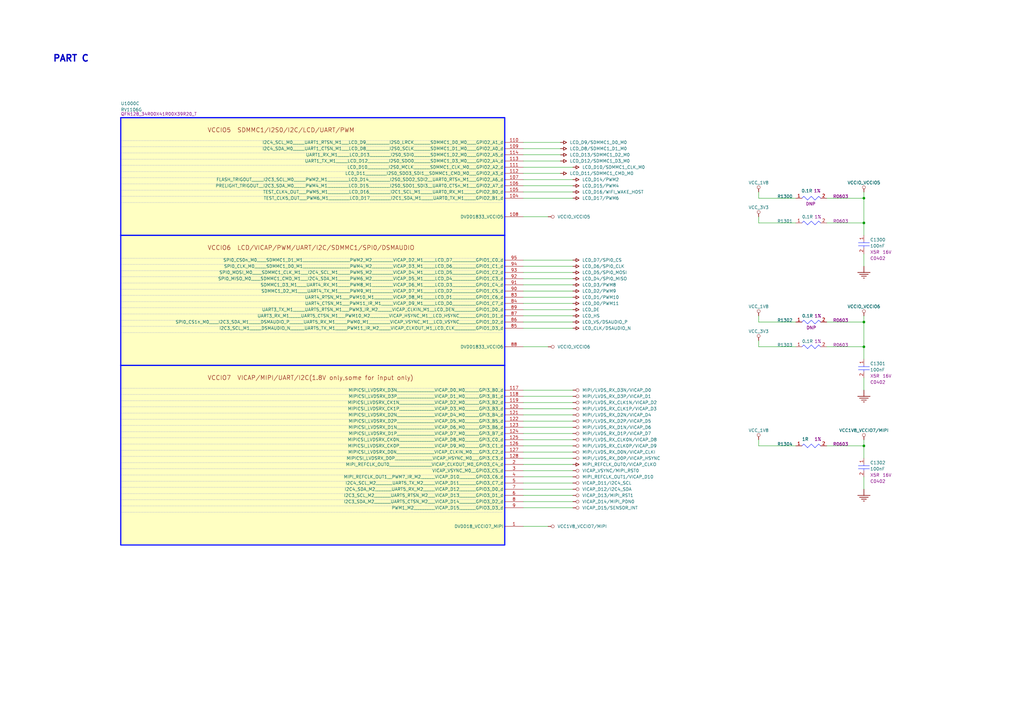
<source format=kicad_sch>
(kicad_sch (version 20250114) (generator "eeschema") (generator_version "9.0")
  (paper "User" 419.989 297.002)
  (text "PART C" (at 21.59 25.654 0) (effects (font (size 2.667 2.667) (thickness 0.5334) (bold yes)) (justify left bottom)))
  (junction (at 354.33 132.08))
  (junction (at 354.33 91.44))
  (junction (at 354.33 142.24))
  (junction (at 354.33 81.28))
  (junction (at 354.33 182.88))
  (wire (pts (xy 234.95 203.2) (xy 214.63 203.2)))
  (wire (pts (xy 234.95 208.28) (xy 214.63 208.28)))
  (wire (pts (xy 234.95 187.96) (xy 214.63 187.96)))
  (wire (pts (xy 311.15 132.08) (xy 311.15 129.54)))
  (wire (pts (xy 234.95 129.54) (xy 214.63 129.54)))
  (wire (pts (xy 354.33 142.24) (xy 339.09 142.24)))
  (wire (pts (xy 234.95 68.58) (xy 214.63 68.58)))
  (wire (pts (xy 354.33 132.08) (xy 339.09 132.08)))
  (wire (pts (xy 354.33 81.28) (xy 339.09 81.28)))
  (wire (pts (xy 234.95 172.72) (xy 214.63 172.72)))
  (wire (pts (xy 234.95 190.5) (xy 214.63 190.5)))
  (wire (pts (xy 354.33 142.24) (xy 354.33 132.08)))
  (wire (pts (xy 224.79 88.9) (xy 214.63 88.9)))
  (wire (pts (xy 234.95 127) (xy 214.63 127)))
  (wire (pts (xy 234.95 165.1) (xy 214.63 165.1)))
  (wire (pts (xy 354.33 182.88) (xy 354.33 180.34)))
  (wire (pts (xy 354.33 91.44) (xy 354.33 81.28)))
  (wire (pts (xy 311.15 81.28) (xy 311.15 78.74)))
  (wire (pts (xy 234.95 185.42) (xy 214.63 185.42)))
  (wire (pts (xy 234.95 162.56) (xy 214.63 162.56)))
  (wire (pts (xy 326.39 132.08) (xy 311.15 132.08)))
  (wire (pts (xy 234.95 81.28) (xy 214.63 81.28)))
  (wire (pts (xy 234.95 200.66) (xy 214.63 200.66)))
  (wire (pts (xy 224.79 142.24) (xy 214.63 142.24)))
  (wire (pts (xy 229.87 58.42) (xy 214.63 58.42)))
  (wire (pts (xy 234.95 132.08) (xy 214.63 132.08)))
  (wire (pts (xy 234.95 170.18) (xy 214.63 170.18)))
  (wire (pts (xy 354.33 132.08) (xy 354.33 129.54)))
  (wire (pts (xy 229.87 60.96) (xy 214.63 60.96)))
  (wire (pts (xy 234.95 78.74) (xy 214.63 78.74)))
  (wire (pts (xy 234.95 198.12) (xy 214.63 198.12)))
  (wire (pts (xy 326.39 142.24) (xy 311.15 142.24)))
  (wire (pts (xy 234.95 205.74) (xy 214.63 205.74)))
  (wire (pts (xy 326.39 91.44) (xy 311.15 91.44)))
  (wire (pts (xy 354.33 187.96) (xy 354.33 182.88)))
  (wire (pts (xy 234.95 109.22) (xy 214.63 109.22)))
  (wire (pts (xy 354.33 160.02) (xy 354.33 154.94)))
  (wire (pts (xy 234.95 114.3) (xy 214.63 114.3)))
  (wire (pts (xy 234.95 177.8) (xy 214.63 177.8)))
  (wire (pts (xy 234.95 195.58) (xy 214.63 195.58)))
  (wire (pts (xy 234.95 124.46) (xy 214.63 124.46)))
  (wire (pts (xy 234.95 76.2) (xy 214.63 76.2)))
  (wire (pts (xy 326.39 81.28) (xy 311.15 81.28)))
  (wire (pts (xy 354.33 182.88) (xy 339.09 182.88)))
  (wire (pts (xy 311.15 91.44) (xy 311.15 88.9)))
  (wire (pts (xy 234.95 106.68) (xy 214.63 106.68)))
  (wire (pts (xy 234.95 167.64) (xy 214.63 167.64)))
  (wire (pts (xy 234.95 193.04) (xy 214.63 193.04)))
  (wire (pts (xy 354.33 109.22) (xy 354.33 104.14)))
  (wire (pts (xy 234.95 119.38) (xy 214.63 119.38)))
  (wire (pts (xy 354.33 91.44) (xy 339.09 91.44)))
  (wire (pts (xy 229.87 66.04) (xy 214.63 66.04)))
  (wire (pts (xy 354.33 81.28) (xy 354.33 78.74)))
  (wire (pts (xy 234.95 116.84) (xy 214.63 116.84)))
  (wire (pts (xy 311.15 182.88) (xy 311.15 180.34)))
  (wire (pts (xy 354.33 96.52) (xy 354.33 91.44)))
  (wire (pts (xy 354.33 200.66) (xy 354.33 195.58)))
  (wire (pts (xy 234.95 121.92) (xy 214.63 121.92)))
  (wire (pts (xy 234.95 73.66) (xy 214.63 73.66)))
  (wire (pts (xy 229.87 71.12) (xy 214.63 71.12)))
  (wire (pts (xy 234.95 182.88) (xy 214.63 182.88)))
  (wire (pts (xy 311.15 142.24) (xy 311.15 139.7)))
  (wire (pts (xy 234.95 180.34) (xy 214.63 180.34)))
  (wire (pts (xy 326.39 182.88) (xy 311.15 182.88)))
  (wire (pts (xy 234.95 134.62) (xy 214.63 134.62)))
  (wire (pts (xy 229.87 63.5) (xy 214.63 63.5)))
  (wire (pts (xy 354.33 147.32) (xy 354.33 142.24)))
  (wire (pts (xy 234.95 175.26) (xy 214.63 175.26)))
  (wire (pts (xy 234.95 160.02) (xy 214.63 160.02)))
  (wire (pts (xy 234.95 111.76) (xy 214.63 111.76)))
  (wire (pts (xy 224.79 215.9) (xy 214.63 215.9)))
  (symbol (lib_id "RV1106G_EVB1_V11_20220401LX-altium-import:VCCIO_VCCIO5_CIRCLE") (at 224.79 88.9 90) (unit 1)
    (property "Reference" "#PWR?" (effects (hide yes)))
    (property "Value" "VCCIO_VCCIO5" (at 228.6 88.9 90) (effects (justify right)))
  )
  (symbol (lib_id "RV1106G_EVB1_V11_20220401LX-altium-import:GND_POWER_GROUND") (at 354.33 160.02 0) (unit 1)
    (property "Reference" "#PWR?" (effects (hide yes)))
    (property "Value" "GND" (effects (hide yes)))
  )
  (symbol (lib_id "*:root_1_RESISTOR_Dup1_*") (at 328.93 83.82 0) (unit 1)
    (property "Reference" "R1300" (at 318.77 81.28 0) (effects (justify left bottom)))
    (property "Value" "0.1R" (at 328.676 78.994 0) (effects (justify left bottom)))
    (property "Footprint" "R0402" (effects (hide yes)))
    (property "Description" "厚膜低阻值电阻,0R1,+/-1%,R0603,1/10W." (effects (hide yes)))
    (property "PCB FOOTPRINT" "R0603" (at 341.63 81.28 0) (effects (justify left bottom)))
    (property "TOLERANCE" "1%" (at 333.756 78.994 0) (effects (justify left bottom)))
    (property "RK PN" "RL0603FR-070R1L" (effects (hide yes)))
    (property "PRIORITY" "A" (effects (hide yes)))
    (property "PART TYPE" "厚膜低阻值电阻" (effects (hide yes)))
    (property "WATTAGE" "1/10W" (effects (hide yes)))
    (property "MANUFACTURER" "YAGEO" (effects (hide yes)))
    (property "MANUFACTURER PN" "RL0603FR-070R1L" (effects (hide yes)))
    (property "CREATED BY" "YTL" (effects (hide yes)))
    (property "OPTION" "DNP" (at 330.454 84.328 0) (effects (justify left bottom)))
  )
  (symbol (lib_id "RV1106G_EVB1_V11_20220401LX-altium-import:VICAP_D15/SENSOR_INT_CIRCLE") (at 234.95 208.28 90) (unit 1)
    (property "Reference" "#PWR?" (effects (hide yes)))
    (property "Value" "VICAP_D15/SENSOR_INT" (at 238.76 208.28 90) (effects (justify right)))
  )
  (symbol (lib_id "RV1106G_EVB1_V11_20220401LX-altium-import:LCD_HS_ARROW") (at 234.95 129.54 90) (unit 1)
    (property "Reference" "#PWR?" (effects (hide yes)))
    (property "Value" "LCD_HS" (at 238.76 129.54 90) (effects (justify right)))
  )
  (symbol (lib_id "RV1106G_EVB1_V11_20220401LX-altium-import:LCD_D4/SPI0_MISO_ARROW") (at 234.95 114.3 90) (unit 1)
    (property "Reference" "#PWR?" (effects (hide yes)))
    (property "Value" "LCD_D4/SPI0_MISO" (at 238.76 114.3 90) (effects (justify right)))
  )
  (symbol (lib_id "RV1106G_EVB1_V11_20220401LX-altium-import:LCD_D11/SDMMC1_CMD_M0_ARROW") (at 229.87 71.12 90) (unit 1)
    (property "Reference" "#PWR?" (effects (hide yes)))
    (property "Value" "LCD_D11/SDMMC1_CMD_M0" (at 233.68 71.12 90) (effects (justify right)))
  )
  (symbol (lib_id "RV1106G_EVB1_V11_20220401LX-altium-import:VCCIO_VCCIO6_CIRCLE") (at 224.79 142.24 90) (unit 1)
    (property "Reference" "#PWR?" (effects (hide yes)))
    (property "Value" "VCCIO_VCCIO6" (at 228.6 142.24 90) (effects (justify right)))
  )
  (symbol (lib_id "RV1106G_EVB1_V11_20220401LX-altium-import:MIPI_REFCLK_OUT1/VICAP_D10_CIRCLE") (at 234.95 195.58 90) (unit 1)
    (property "Reference" "#PWR?" (effects (hide yes)))
    (property "Value" "MIPI_REFCLK_OUT1/VICAP_D10" (at 238.76 195.58 90) (effects (justify right)))
  )
  (symbol (lib_id "RV1106G_EVB1_V11_20220401LX-altium-import:LCD_D7/SPI0_CS_ARROW") (at 234.95 106.68 90) (unit 1)
    (property "Reference" "#PWR?" (effects (hide yes)))
    (property "Value" "LCD_D7/SPI0_CS" (at 238.76 106.68 90) (effects (justify right)))
  )
  (symbol (lib_id "RV1106G_EVB1_V11_20220401LX-altium-import:GND_POWER_GROUND") (at 354.33 200.66 0) (unit 1)
    (property "Reference" "#PWR?" (effects (hide yes)))
    (property "Value" "GND" (effects (hide yes)))
  )
  (symbol (lib_id "RV1106G_EVB1_V11_20220401LX-altium-import:MIPI/LVDS_RX_CLK0N/VICAP_D8_CIRCLE") (at 234.95 180.34 90) (unit 1)
    (property "Reference" "#PWR?" (effects (hide yes)))
    (property "Value" "MIPI/LVDS_RX_CLK0N/VICAP_D8" (at 238.76 180.34 90) (effects (justify right)))
  )
  (symbol (lib_id "RV1106G_EVB1_V11_20220401LX-altium-import:VCCIO_VCCIO6_CIRCLE") (at 354.33 129.54 180) (unit 1)
    (property "Reference" "#PWR?" (effects (hide yes)))
    (property "Value" "VCCIO_VCCIO6" (at 354.33 125.73 0))
  )
  (symbol (lib_id "RV1106G_EVB1_V11_20220401LX-altium-import:VCC_1V8_CIRCLE") (at 311.15 180.34 180) (unit 1)
    (property "Reference" "#PWR?" (effects (hide yes)))
    (property "Value" "VCC_1V8" (at 311.15 176.53 0))
  )
  (symbol (lib_id "RV1106G_EVB1_V11_20220401LX-altium-import:MIPI/LVDS_RX_D1P/VICAP_D7_CIRCLE") (at 234.95 177.8 90) (unit 1)
    (property "Reference" "#PWR?" (effects (hide yes)))
    (property "Value" "MIPI/LVDS_RX_D1P/VICAP_D7" (at 238.76 177.8 90) (effects (justify right)))
  )
  (symbol (lib_name "root_1_RESISTOR_Dup1_*_1") (lib_id "*:root_1_RESISTOR_Dup1_*") (at 328.93 185.42 0) (unit 1)
    (property "Reference" "R1304" (at 318.77 182.88 0) (effects (justify left bottom)))
    (property "Value" "1R" (at 328.93 180.848 0) (effects (justify left bottom)))
    (property "Footprint" "R0402" (effects (hide yes)))
    (property "Description" "通用厚膜电阻,1R,+/-1%,R0603,1/10W." (effects (hide yes)))
    (property "PCB FOOTPRINT" "R0603" (at 341.63 182.88 0) (effects (justify left bottom)))
    (property "TOLERANCE" "1%" (at 334.01 180.848 0) (effects (justify left bottom)))
    (property "CREATED BY" "YTL" (effects (hide yes)))
    (property "MANUFACTURER PN" "RC0603FR-071RL" (effects (hide yes)))
    (property "MANUFACTURER" "YAGEO" (effects (hide yes)))
    (property "WATTAGE" "1/10W" (effects (hide yes)))
    (property "PART TYPE" "通用厚膜电阻" (effects (hide yes)))
    (property "PRIORITY" "A" (effects (hide yes)))
    (property "RK PN" "RC0603FR-071RL" (effects (hide yes)))
  )
  (symbol (lib_id "RV1106G_EVB1_V11_20220401LX-altium-import:LCD_D9/SDMMC1_D0_M0_ARROW") (at 229.87 58.42 90) (unit 1)
    (property "Reference" "#PWR?" (effects (hide yes)))
    (property "Value" "LCD_D9/SDMMC1_D0_M0" (at 233.68 58.42 90) (effects (justify right)))
  )
  (symbol (lib_id "RV1106G_EVB1_V11_20220401LX-altium-import:MIPI/LVDS_RX_CLK0P/VICAP_D9_CIRCLE") (at 234.95 182.88 90) (unit 1)
    (property "Reference" "#PWR?" (effects (hide yes)))
    (property "Value" "MIPI/LVDS_RX_CLK0P/VICAP_D9" (at 238.76 182.88 90) (effects (justify right)))
  )
  (symbol (lib_id "RV1106G_EVB1_V11_20220401LX-altium-import:LCD_D5/SPI0_MOSI_ARROW") (at 234.95 111.76 90) (unit 1)
    (property "Reference" "#PWR?" (effects (hide yes)))
    (property "Value" "LCD_D5/SPI0_MOSI" (at 238.76 111.76 90) (effects (justify right)))
  )
  (symbol (lib_id "RV1106G_EVB1_V11_20220401LX-altium-import:LCD_D15/PWM4_ARROW") (at 234.95 76.2 90) (unit 1)
    (property "Reference" "#PWR?" (effects (hide yes)))
    (property "Value" "LCD_D15/PWM4" (at 238.76 76.2 90) (effects (justify right)))
  )
  (symbol (lib_id "RV1106G_EVB1_V11_20220401LX-altium-import:LCD_D10/SDMMC1_CLK_M0_ARROW") (at 234.95 68.58 90) (unit 1)
    (property "Reference" "#PWR?" (effects (hide yes)))
    (property "Value" "LCD_D10/SDMMC1_CLK_M0" (at 238.76 68.58 90) (effects (justify right)))
  )
  (symbol (lib_id "RV1106G_EVB1_V11_20220401LX-altium-import:MIPI/LVDS_RX_D0N/VICAP_CLKI_CIRCLE") (at 234.95 185.42 90) (unit 1)
    (property "Reference" "#PWR?" (effects (hide yes)))
    (property "Value" "MIPI/LVDS_RX_D0N/VICAP_CLKI" (at 238.76 185.42 90) (effects (justify right)))
  )
  (symbol (lib_id "RV1106G_EVB1_V11_20220401LX-altium-import:VCC_1V8_CIRCLE") (at 311.15 78.74 180) (unit 1)
    (property "Reference" "#PWR?" (effects (hide yes)))
    (property "Value" "VCC_1V8" (at 311.15 74.93 0))
  )
  (symbol (lib_id "RV1106G_EVB1_V11_20220401LX-altium-import:VCC_3V3_CIRCLE") (at 311.15 139.7 180) (unit 1)
    (property "Reference" "#PWR?" (effects (hide yes)))
    (property "Value" "VCC_3V3" (at 311.15 135.89 0))
  )
  (symbol (lib_id "RV1106G_EVB1_V11_20220401LX-altium-import:LCD_D13/SDMMC1_D2_M0_ARROW") (at 229.87 63.5 90) (unit 1)
    (property "Reference" "#PWR?" (effects (hide yes)))
    (property "Value" "LCD_D13/SDMMC1_D2_M0" (at 233.68 63.5 90) (effects (justify right)))
  )
  (symbol (lib_id "RV1106G_EVB1_V11_20220401LX-altium-import:LCD_VS/DSAUDIO_P_ARROW") (at 234.95 132.08 90) (unit 1)
    (property "Reference" "#PWR?" (effects (hide yes)))
    (property "Value" "LCD_VS/DSAUDIO_P" (at 238.76 132.08 90) (effects (justify right)))
  )
  (symbol (lib_id "RV1106G_EVB1_V11_20220401LX-altium-import:MIPI/LVDS_RX_D0P/VICAP_HSYNC_CIRCLE") (at 234.95 187.96 90) (unit 1)
    (property "Reference" "#PWR?" (effects (hide yes)))
    (property "Value" "MIPI/LVDS_RX_D0P/VICAP_HSYNC" (at 238.76 187.96 90) (effects (justify right)))
  )
  (symbol (lib_id "RV1106G_EVB1_V11_20220401LX-altium-import:GND_POWER_GROUND") (at 354.33 109.22 0) (unit 1)
    (property "Reference" "#PWR?" (effects (hide yes)))
    (property "Value" "GND" (effects (hide yes)))
  )
  (symbol (lib_id "RV1106G_EVB1_V11_20220401LX-altium-import:MIPI/LVDS_RX_CLK1N/VICAP_D2_CIRCLE") (at 234.95 165.1 90) (unit 1)
    (property "Reference" "#PWR?" (effects (hide yes)))
    (property "Value" "MIPI/LVDS_RX_CLK1N/VICAP_D2" (at 238.76 165.1 90) (effects (justify right)))
  )
  (symbol (lib_id "RV1106G_EVB1_V11_20220401LX-altium-import:MIPI/LVDS_RX_D3P/VICAP_D1_CIRCLE") (at 234.95 162.56 90) (unit 1)
    (property "Reference" "#PWR?" (effects (hide yes)))
    (property "Value" "MIPI/LVDS_RX_D3P/VICAP_D1" (at 238.76 162.56 90) (effects (justify right)))
  )
  (symbol (lib_id "RV1106G_EVB1_V11_20220401LX-altium-import:VCC_1V8_CIRCLE") (at 311.15 129.54 180) (unit 1)
    (property "Reference" "#PWR?" (effects (hide yes)))
    (property "Value" "VCC_1V8" (at 311.15 125.73 0))
  )
  (symbol (lib_id "*:root_1_RESISTOR_Dup1_*") (at 328.93 134.62 0) (unit 1)
    (property "Reference" "R1302" (at 318.77 132.08 0) (effects (justify left bottom)))
    (property "Value" "0.1R" (at 328.93 130.302 0) (effects (justify left bottom)))
    (property "Footprint" "R0402" (effects (hide yes)))
    (property "Description" "厚膜低阻值电阻,0R1,+/-1%,R0603,1/10W." (effects (hide yes)))
    (property "PCB FOOTPRINT" "R0603" (at 341.63 132.08 0) (effects (justify left bottom)))
    (property "TOLERANCE" "1%" (at 334.01 130.302 0) (effects (justify left bottom)))
    (property "CREATED BY" "YTL" (effects (hide yes)))
    (property "MANUFACTURER PN" "RL0603FR-070R1L" (effects (hide yes)))
    (property "MANUFACTURER" "YAGEO" (effects (hide yes)))
    (property "WATTAGE" "1/10W" (effects (hide yes)))
    (property "PART TYPE" "厚膜低阻值电阻" (effects (hide yes)))
    (property "PRIORITY" "A" (effects (hide yes)))
    (property "RK PN" "RL0603FR-070R1L" (effects (hide yes)))
    (property "OPTION" "DNP" (at 330.708 135.128 0) (effects (justify left bottom)))
  )
  (symbol (lib_id "RV1106G_EVB1_V11_20220401LX-altium-import:VICAP_VSYNC/MIPI_RST0_CIRCLE") (at 234.95 193.04 90) (unit 1)
    (property "Reference" "#PWR?" (effects (hide yes)))
    (property "Value" "VICAP_VSYNC/MIPI_RST0" (at 238.76 193.04 90) (effects (justify right)))
  )
  (symbol (lib_id "RV1106G_EVB1_V11_20220401LX-altium-import:LCD_D8/SDMMC1_D1_M0_ARROW") (at 229.87 60.96 90) (unit 1)
    (property "Reference" "#PWR?" (effects (hide yes)))
    (property "Value" "LCD_D8/SDMMC1_D1_M0" (at 233.68 60.96 90) (effects (justify right)))
  )
  (symbol (lib_id "RV1106G_EVB1_V11_20220401LX-altium-import:LCD_D1/PWM10_ARROW") (at 234.95 121.92 90) (unit 1)
    (property "Reference" "#PWR?" (effects (hide yes)))
    (property "Value" "LCD_D1/PWM10" (at 238.76 121.92 90) (effects (justify right)))
  )
  (symbol (lib_id "RV1106G_EVB1_V11_20220401LX-altium-import:MIPI/LVDS_RX_CLK1P/VICAP_D3_CIRCLE") (at 234.95 167.64 90) (unit 1)
    (property "Reference" "#PWR?" (effects (hide yes)))
    (property "Value" "MIPI/LVDS_RX_CLK1P/VICAP_D3" (at 238.76 167.64 90) (effects (justify right)))
  )
  (symbol (lib_id "RV1106G_EVB1_V11_20220401LX-altium-import:VCC_3V3_CIRCLE") (at 311.15 88.9 180) (unit 1)
    (property "Reference" "#PWR?" (effects (hide yes)))
    (property "Value" "VCC_3V3" (at 311.15 85.09 0))
  )
  (symbol (lib_id "RV1106G_EVB1_V11_20220401LX-altium-import:LCD_D0/PWM11_ARROW") (at 234.95 124.46 90) (unit 1)
    (property "Reference" "#PWR?" (effects (hide yes)))
    (property "Value" "LCD_D0/PWM11" (at 238.76 124.46 90) (effects (justify right)))
  )
  (symbol (lib_id "RV1106G_EVB1_V11_20220401LX-altium-import:VCCIO_VCCIO5_CIRCLE") (at 354.33 78.74 180) (unit 1)
    (property "Reference" "#PWR?" (effects (hide yes)))
    (property "Value" "VCCIO_VCCIO5" (at 354.33 74.93 0))
  )
  (symbol (lib_id "RV1106G_EVB1_V11_20220401LX-altium-import:MIPI/LVDS_RX_D2P/VICAP_D5_CIRCLE") (at 234.95 172.72 90) (unit 1)
    (property "Reference" "#PWR?" (effects (hide yes)))
    (property "Value" "MIPI/LVDS_RX_D2P/VICAP_D5" (at 238.76 172.72 90) (effects (justify right)))
  )
  (symbol (lib_id "RV1106G_EVB1_V11_20220401LX-altium-import:VICAP_D12/I2C4_SDA_CIRCLE") (at 234.95 200.66 90) (unit 1)
    (property "Reference" "#PWR?" (effects (hide yes)))
    (property "Value" "VICAP_D12/I2C4_SDA" (at 238.76 200.66 90) (effects (justify right)))
  )
  (symbol (lib_id "RV1106G_EVB1_V11_20220401LX-altium-import:VICAP_D14/MIPI_PDN0_CIRCLE") (at 234.95 205.74 90) (unit 1)
    (property "Reference" "#PWR?" (effects (hide yes)))
    (property "Value" "VICAP_D14/MIPI_PDN0" (at 238.76 205.74 90) (effects (justify right)))
  )
  (symbol (lib_id "RV1106G_EVB1_V11_20220401LX-altium-import:LCD_D16/WIFI_WAKE_HOST_ARROW") (at 234.95 78.74 90) (unit 1)
    (property "Reference" "#PWR?" (effects (hide yes)))
    (property "Value" "LCD_D16/WIFI_WAKE_HOST" (at 238.76 78.74 90) (effects (justify right)))
  )
  (symbol (lib_id "RV1106G_EVB1_V11_20220401LX-altium-import:LCD_D3/PWM8_ARROW") (at 234.95 116.84 90) (unit 1)
    (property "Reference" "#PWR?" (effects (hide yes)))
    (property "Value" "LCD_D3/PWM8" (at 238.76 116.84 90) (effects (justify right)))
  )
  (symbol (lib_id "RV1106G_EVB1_V11_20220401LX-altium-import:LCD_CLK/DSAUDIO_N_ARROW") (at 234.95 134.62 90) (unit 1)
    (property "Reference" "#PWR?" (effects (hide yes)))
    (property "Value" "LCD_CLK/DSAUDIO_N" (at 238.76 134.62 90) (effects (justify right)))
  )
  (symbol (lib_id "RV1106G_EVB1_V11_20220401LX-altium-import:LCD_DE_ARROW") (at 234.95 127 90) (unit 1)
    (property "Reference" "#PWR?" (effects (hide yes)))
    (property "Value" "LCD_DE" (at 238.76 127 90) (effects (justify right)))
  )
  (symbol (lib_id "RV1106G_EVB1_V11_20220401LX-altium-import:VCC1V8_VCCIO7/MIPI_CIRCLE") (at 354.33 180.34 180) (unit 1)
    (property "Reference" "#PWR?" (effects (hide yes)))
    (property "Value" "VCC1V8_VCCIO7/MIPI" (at 354.33 176.53 0))
  )
  (symbol (lib_id "RV1106G_EVB1_V11_20220401LX-altium-import:LCD_D17/PWM6_ARROW") (at 234.95 81.28 90) (unit 1)
    (property "Reference" "#PWR?" (effects (hide yes)))
    (property "Value" "LCD_D17/PWM6" (at 238.76 81.28 90) (effects (justify right)))
  )
  (symbol (lib_id "RV1106G_EVB1_V11_20220401LX-altium-import:MIPI/LVDS_RX_D1N/VICAP_D6_CIRCLE") (at 234.95 175.26 90) (unit 1)
    (property "Reference" "#PWR?" (effects (hide yes)))
    (property "Value" "MIPI/LVDS_RX_D1N/VICAP_D6" (at 238.76 175.26 90) (effects (justify right)))
  )
  (symbol (lib_id "*:root_1_RESISTOR_Dup1_*") (at 328.93 93.98 0) (unit 1)
    (property "Reference" "R1301" (at 318.77 91.44 0) (effects (justify left bottom)))
    (property "Value" "0.1R" (at 328.93 89.662 0) (effects (justify left bottom)))
    (property "Footprint" "R0402" (effects (hide yes)))
    (property "Description" "厚膜低阻值电阻,0R1,+/-1%,R0603,1/10W." (effects (hide yes)))
    (property "PCB FOOTPRINT" "R0603" (at 341.63 91.44 0) (effects (justify left bottom)))
    (property "TOLERANCE" "1%" (at 334.01 89.662 0) (effects (justify left bottom)))
    (property "RK PN" "RL0603FR-070R1L" (effects (hide yes)))
    (property "PRIORITY" "A" (effects (hide yes)))
    (property "PART TYPE" "厚膜低阻值电阻" (effects (hide yes)))
    (property "WATTAGE" "1/10W" (effects (hide yes)))
    (property "MANUFACTURER" "YAGEO" (effects (hide yes)))
    (property "MANUFACTURER PN" "RL0603FR-070R1L" (effects (hide yes)))
    (property "CREATED BY" "YTL" (effects (hide yes)))
  )
  (symbol (lib_id "RV1106G_EVB1_V11_20220401LX-altium-import:LCD_D2/PWM9_ARROW") (at 234.95 119.38 90) (unit 1)
    (property "Reference" "#PWR?" (effects (hide yes)))
    (property "Value" "LCD_D2/PWM9" (at 238.76 119.38 90) (effects (justify right)))
  )
  (symbol (lib_id "RV1106G_EVB1_V11_20220401LX-altium-import:VICAP_D11/I2C4_SCL_CIRCLE") (at 234.95 198.12 90) (unit 1)
    (property "Reference" "#PWR?" (effects (hide yes)))
    (property "Value" "VICAP_D11/I2C4_SCL" (at 238.76 198.12 90) (effects (justify right)))
  )
  (symbol (lib_id "RV1106G_EVB1_V11_20220401LX-altium-import:LCD_D14/PWM2_ARROW") (at 234.95 73.66 90) (unit 1)
    (property "Reference" "#PWR?" (effects (hide yes)))
    (property "Value" "LCD_D14/PWM2" (at 238.76 73.66 90) (effects (justify right)))
  )
  (symbol (lib_id "RV1106G_EVB1_V11_20220401LX-altium-import:MIPI_REFCLK_OUT0/VICAP_CLKO_ARROW") (at 234.95 190.5 90) (unit 1)
    (property "Reference" "#PWR?" (effects (hide yes)))
    (property "Value" "MIPI_REFCLK_OUT0/VICAP_CLKO" (at 238.76 190.5 90) (effects (justify right)))
  )
  (symbol (lib_id "RV1106G_EVB1_V11_20220401LX-altium-import:LCD_D6/SPI0_CLK_ARROW") (at 234.95 109.22 90) (unit 1)
    (property "Reference" "#PWR?" (effects (hide yes)))
    (property "Value" "LCD_D6/SPI0_CLK" (at 238.76 109.22 90) (effects (justify right)))
  )
  (symbol (lib_id "RV1106G_EVB1_V11_20220401LX-altium-import:MIPI/LVDS_RX_D3N/VICAP_D0_CIRCLE") (at 234.95 160.02 90) (unit 1)
    (property "Reference" "#PWR?" (effects (hide yes)))
    (property "Value" "MIPI/LVDS_RX_D3N/VICAP_D0" (at 238.76 160.02 90) (effects (justify right)))
  )
  (symbol (lib_id "RV1106G_EVB1_V11_20220401LX-altium-import:MIPI/LVDS_RX_D2N/VICAP_D4_CIRCLE") (at 234.95 170.18 90) (unit 1)
    (property "Reference" "#PWR?" (effects (hide yes)))
    (property "Value" "MIPI/LVDS_RX_D2N/VICAP_D4" (at 238.76 170.18 90) (effects (justify right)))
  )
  (symbol (lib_id "*:root_0_CAP NP_*") (at 351.79 149.86 0) (unit 1)
    (property "Reference" "C1301" (at 356.87 149.86 0) (effects (justify left bottom)))
    (property "Value" "100nF" (at 356.87 152.4 0) (effects (justify left bottom)))
    (property "Footprint" "C0402" (effects (hide yes)))
    (property "Description" "cap,100.00nF,+/-10%,16V,X5R,C0402" (effects (hide yes)))
    (property "DIELECTRIC" "X5R" (at 356.87 154.94 0) (effects (justify left bottom)))
    (property "PCB FOOTPRINT" "C0402" (at 356.87 157.48 0) (effects (justify left bottom)))
    (property "VOLTAGE" "16V" (at 361.95 154.94 0) (effects (justify left bottom)))
    (property "CREATED BY" "JJJ" (effects (hide yes)))
    (property "MANUFACTURER PN" "C1005X5R1C104K050BA" (effects (hide yes)))
    (property "MANUFACTURER" "TDK" (effects (hide yes)))
    (property "TOLERANCE" "10%" (effects (hide yes)))
    (property "PART TYPE" "C0402" (effects (hide yes)))
    (property "PRIORITY" "A" (effects (hide yes)))
    (property "RK PN" "C1005X5R1C104K050BA" (effects (hide yes)))
  )
  (symbol (lib_id "*:root_0_CAP NP_*") (at 351.79 99.06 0) (unit 1)
    (property "Reference" "C1300" (at 356.87 99.06 0) (effects (justify left bottom)))
    (property "Value" "100nF" (at 356.87 101.6 0) (effects (justify left bottom)))
    (property "Footprint" "C0402" (effects (hide yes)))
    (property "Description" "cap,100.00nF,+/-10%,16V,X5R,C0402" (effects (hide yes)))
    (property "DIELECTRIC" "X5R" (at 356.87 104.14 0) (effects (justify left bottom)))
    (property "PCB FOOTPRINT" "C0402" (at 356.87 106.68 0) (effects (justify left bottom)))
    (property "VOLTAGE" "16V" (at 361.95 104.14 0) (effects (justify left bottom)))
    (property "CREATED BY" "JJJ" (effects (hide yes)))
    (property "MANUFACTURER PN" "C1005X5R1C104K050BA" (effects (hide yes)))
    (property "MANUFACTURER" "TDK" (effects (hide yes)))
    (property "TOLERANCE" "10%" (effects (hide yes)))
    (property "PART TYPE" "C0402" (effects (hide yes)))
    (property "PRIORITY" "A" (effects (hide yes)))
    (property "RK PN" "C1005X5R1C104K050BA" (effects (hide yes)))
  )
  (symbol (lib_id "*:root_0_CAP NP_*") (at 351.79 190.5 0) (unit 1)
    (property "Reference" "C1302" (at 356.87 190.5 0) (effects (justify left bottom)))
    (property "Value" "100nF" (at 356.87 193.04 0) (effects (justify left bottom)))
    (property "Footprint" "C0402" (effects (hide yes)))
    (property "Description" "cap,100.00nF,+/-10%,16V,X5R,C0402" (effects (hide yes)))
    (property "DIELECTRIC" "X5R" (at 356.87 195.58 0) (effects (justify left bottom)))
    (property "PCB FOOTPRINT" "C0402" (at 356.87 198.12 0) (effects (justify left bottom)))
    (property "VOLTAGE" "16V" (at 361.95 195.58 0) (effects (justify left bottom)))
    (property "CREATED BY" "JJJ" (effects (hide yes)))
    (property "MANUFACTURER PN" "C1005X5R1C104K050BA" (effects (hide yes)))
    (property "MANUFACTURER" "TDK" (effects (hide yes)))
    (property "TOLERANCE" "10%" (effects (hide yes)))
    (property "PART TYPE" "C0402" (effects (hide yes)))
    (property "PRIORITY" "A" (effects (hide yes)))
    (property "RK PN" "C1005X5R1C104K050BA" (effects (hide yes)))
  )
  (symbol (lib_id "RV1106G_EVB1_V11_20220401LX-altium-import:VCC1V8_VCCIO7/MIPI_CIRCLE") (at 224.79 215.9 90) (unit 1)
    (property "Reference" "#PWR?" (effects (hide yes)))
    (property "Value" "VCC1V8_VCCIO7/MIPI" (at 228.6 215.9 90) (effects (justify right)))
  )
  (symbol (lib_id "*:root_0_SOCKET_RV1106G_*") (at 49.53 48.26 0) (unit 3)
    (property "Reference" "U1000" (at 49.53 43.18 0) (effects (justify left bottom)))
    (property "Value" "RV1106G" (at 49.53 45.72 0) (effects (justify left bottom)))
    (property "Footprint" "QFN128_34R00X41R00X39R20_T" (effects (hide yes)))
    (property "PCB FOOTPRINT" "QFN128_34R00X41R00X39R20_T" (at 49.53 47.498 0) (effects (justify left bottom)))
    (property "SPLIT_INST" "TRUE" (effects (hide yes)))
    (property "SWAP_INFO" "(S1+S2+S3+S4)" (effects (hide yes)))
  )
  (symbol (lib_id "RV1106G_EVB1_V11_20220401LX-altium-import:LCD_D12/SDMMC1_D3_M0_ARROW") (at 229.87 66.04 90) (unit 1)
    (property "Reference" "#PWR?" (effects (hide yes)))
    (property "Value" "LCD_D12/SDMMC1_D3_M0" (at 233.68 66.04 90) (effects (justify right)))
  )
  (symbol (lib_id "*:root_1_RESISTOR_Dup1_*") (at 328.93 144.78 0) (unit 1)
    (property "Reference" "R1303" (at 318.77 142.24 0) (effects (justify left bottom)))
    (property "Value" "0.1R" (at 328.93 140.716 0) (effects (justify left bottom)))
    (property "Footprint" "R0402" (effects (hide yes)))
    (property "Description" "厚膜低阻值电阻,0R1,+/-1%,R0603,1/10W." (effects (hide yes)))
    (property "PCB FOOTPRINT" "R0603" (at 341.63 142.24 0) (effects (justify left bottom)))
    (property "TOLERANCE" "1%" (at 334.01 140.716 0) (effects (justify left bottom)))
    (property "CREATED BY" "YTL" (effects (hide yes)))
    (property "MANUFACTURER PN" "RL0603FR-070R1L" (effects (hide yes)))
    (property "MANUFACTURER" "YAGEO" (effects (hide yes)))
    (property "WATTAGE" "1/10W" (effects (hide yes)))
    (property "PART TYPE" "厚膜低阻值电阻" (effects (hide yes)))
    (property "PRIORITY" "A" (effects (hide yes)))
    (property "RK PN" "RL0603FR-070R1L" (effects (hide yes)))
  )
  (symbol (lib_id "RV1106G_EVB1_V11_20220401LX-altium-import:VICAP_D13/MIPI_RST1_CIRCLE") (at 234.95 203.2 90) (unit 1)
    (property "Reference" "#PWR?" (effects (hide yes)))
    (property "Value" "VICAP_D13/MIPI_RST1" (at 238.76 203.2 90) (effects (justify right)))
  )
)
</source>
